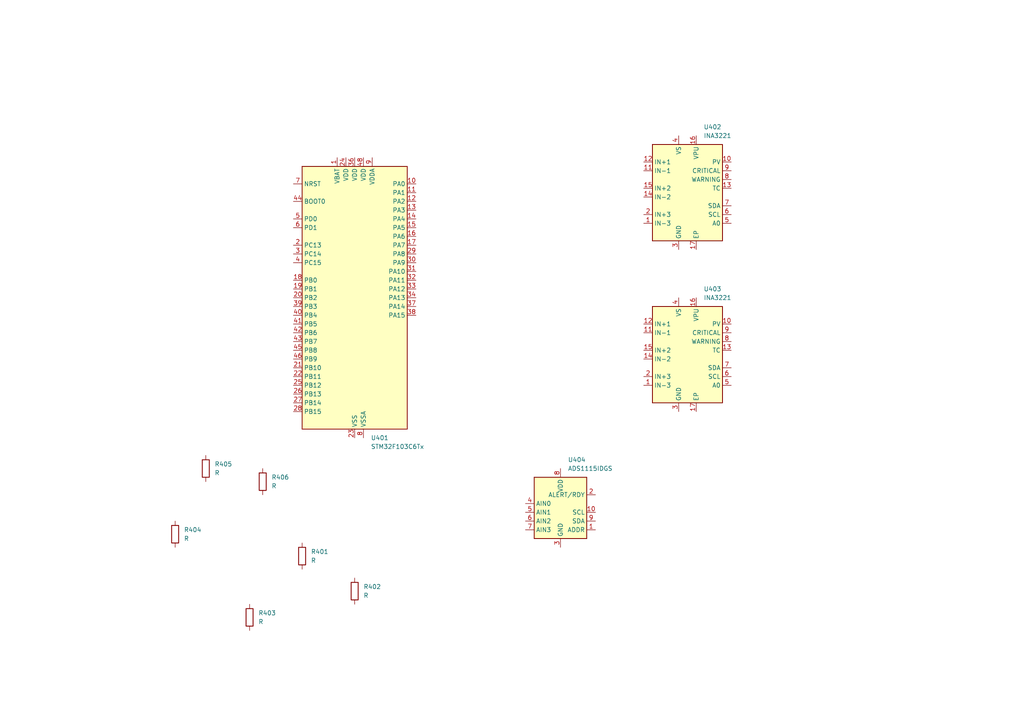
<source format=kicad_sch>
(kicad_sch (version 20250114) (generator "eeschema") (generator_version "9.0")
  (paper "A4")
  (lib_symbols
    (symbol "Analog_ADC:ADS1115IDGS"
      (property "Reference" "U" (at 2.54 13.97 0))
      (property "Value" "ADS1115IDGS" (at 7.62 11.43 0))
      (symbol "ADS1115IDGS_0_1"
        (rectangle (start -7.62 10.16) (end 7.62 -7.62) (stroke (width 0.254)) (fill (type background)))
      )
      (symbol "ADS1115IDGS_1_1"
        (pin input line (at -10.16 2.54 0) (length 2.54) (name "AIN0") (number "4"))
        (pin input line (at -10.16 0 0) (length 2.54) (name "AIN1") (number "5"))
        (pin input line (at -10.16 -2.54 0) (length 2.54) (name "AIN2") (number "6"))
        (pin input line (at -10.16 -5.08 0) (length 2.54) (name "AIN3") (number "7"))
        (pin power_in line (at 0 12.7 270) (length 2.54) (name "VDD") (number "8"))
        (pin power_in line (at 0 -10.16 90) (length 2.54) (name "GND") (number "3"))
        (pin output line (at 10.16 5.08 180) (length 2.54) (name "ALERT/RDY") (number "2"))
        (pin input line (at 10.16 0 180) (length 2.54) (name "SCL") (number "10"))
        (pin bidirectional line (at 10.16 -2.54 180) (length 2.54) (name "SDA") (number "9"))
        (pin input line (at 10.16 -5.08 180) (length 2.54) (name "ADDR") (number "1"))
      )
    )
    (symbol "Device:R" (pin_numbers (hide yes)) (pin_names (offset 0))
      (property "Reference" "R" (at 2.032 0 90))
      (property "Value" "R" (at 0 0 90))
      (symbol "R_0_1"
        (rectangle (start -1.016 -2.54) (end 1.016 2.54) (stroke (width 0.254)))
      )
      (symbol "R_1_1"
        (pin passive line (at 0 3.81 270) (length 1.27) (name "~") (number "1"))
        (pin passive line (at 0 -3.81 90) (length 1.27) (name "~") (number "2"))
      )
    )
    (symbol "MCU_ST_STM32F1:STM32F103C6Tx"
      (property "Reference" "U" (at -15.24 39.37 0))
      (property "Value" "STM32F103C6Tx" (at 7.62 39.37 0))
      (symbol "STM32F103C6Tx_0_1"
        (rectangle (start -15.24 -38.1) (end 15.24 38.1) (stroke (width 0.254)) (fill (type background)))
      )
      (symbol "STM32F103C6Tx_1_1"
        (pin input line (at -17.78 33.02 0) (length 2.54) (name "NRST") (number "7"))
        (pin input line (at -17.78 27.94 0) (length 2.54) (name "BOOT0") (number "44"))
        (pin bidirectional line (at -17.78 22.86 0) (length 2.54) (name "PD0") (number "5"))
        (pin bidirectional line (at -17.78 20.32 0) (length 2.54) (name "PD1") (number "6"))
        (pin bidirectional line (at -17.78 15.24 0) (length 2.54) (name "PC13") (number "2"))
        (pin bidirectional line (at -17.78 12.7 0) (length 2.54) (name "PC14") (number "3"))
        (pin bidirectional line (at -17.78 10.16 0) (length 2.54) (name "PC15") (number "4"))
        (pin bidirectional line (at -17.78 5.08 0) (length 2.54) (name "PB0") (number "18"))
        (pin bidirectional line (at -17.78 2.54 0) (length 2.54) (name "PB1") (number "19"))
        (pin bidirectional line (at -17.78 0 0) (length 2.54) (name "PB2") (number "20"))
        (pin bidirectional line (at -17.78 -2.54 0) (length 2.54) (name "PB3") (number "39"))
        (pin bidirectional line (at -17.78 -5.08 0) (length 2.54) (name "PB4") (number "40"))
        (pin bidirectional line (at -17.78 -7.62 0) (length 2.54) (name "PB5") (number "41"))
        (pin bidirectional line (at -17.78 -10.16 0) (length 2.54) (name "PB6") (number "42"))
        (pin bidirectional line (at -17.78 -12.7 0) (length 2.54) (name "PB7") (number "43"))
        (pin bidirectional line (at -17.78 -15.24 0) (length 2.54) (name "PB8") (number "45"))
        (pin bidirectional line (at -17.78 -17.78 0) (length 2.54) (name "PB9") (number "46"))
        (pin bidirectional line (at -17.78 -20.32 0) (length 2.54) (name "PB10") (number "21"))
        (pin bidirectional line (at -17.78 -22.86 0) (length 2.54) (name "PB11") (number "22"))
        (pin bidirectional line (at -17.78 -25.4 0) (length 2.54) (name "PB12") (number "25"))
        (pin bidirectional line (at -17.78 -27.94 0) (length 2.54) (name "PB13") (number "26"))
        (pin bidirectional line (at -17.78 -30.48 0) (length 2.54) (name "PB14") (number "27"))
        (pin bidirectional line (at -17.78 -33.02 0) (length 2.54) (name "PB15") (number "28"))
        (pin power_in line (at -5.08 40.64 270) (length 2.54) (name "VBAT") (number "1"))
        (pin power_in line (at -2.54 40.64 270) (length 2.54) (name "VDD") (number "24"))
        (pin power_in line (at 0 40.64 270) (length 2.54) (name "VDD") (number "36"))
        (pin power_in line (at 0 -40.64 90) (length 2.54) (name "VSS") (number "23"))
        (pin passive line (at 0 -40.64 90) (length 2.54) (hide yes) (name "VSS") (number "35"))
        (pin passive line (at 0 -40.64 90) (length 2.54) (hide yes) (name "VSS") (number "47"))
        (pin power_in line (at 2.54 40.64 270) (length 2.54) (name "VDD") (number "48"))
        (pin power_in line (at 2.54 -40.64 90) (length 2.54) (name "VSSA") (number "8"))
        (pin power_in line (at 5.08 40.64 270) (length 2.54) (name "VDDA") (number "9"))
        (pin bidirectional line (at 17.78 33.02 180) (length 2.54) (name "PA0") (number "10"))
        (pin bidirectional line (at 17.78 30.48 180) (length 2.54) (name "PA1") (number "11"))
        (pin bidirectional line (at 17.78 27.94 180) (length 2.54) (name "PA2") (number "12"))
        (pin bidirectional line (at 17.78 25.4 180) (length 2.54) (name "PA3") (number "13"))
        (pin bidirectional line (at 17.78 22.86 180) (length 2.54) (name "PA4") (number "14"))
        (pin bidirectional line (at 17.78 20.32 180) (length 2.54) (name "PA5") (number "15"))
        (pin bidirectional line (at 17.78 17.78 180) (length 2.54) (name "PA6") (number "16"))
        (pin bidirectional line (at 17.78 15.24 180) (length 2.54) (name "PA7") (number "17"))
        (pin bidirectional line (at 17.78 12.7 180) (length 2.54) (name "PA8") (number "29"))
        (pin bidirectional line (at 17.78 10.16 180) (length 2.54) (name "PA9") (number "30"))
        (pin bidirectional line (at 17.78 7.62 180) (length 2.54) (name "PA10") (number "31"))
        (pin bidirectional line (at 17.78 5.08 180) (length 2.54) (name "PA11") (number "32"))
        (pin bidirectional line (at 17.78 2.54 180) (length 2.54) (name "PA12") (number "33"))
        (pin bidirectional line (at 17.78 0 180) (length 2.54) (name "PA13") (number "34"))
        (pin bidirectional line (at 17.78 -2.54 180) (length 2.54) (name "PA14") (number "37"))
        (pin bidirectional line (at 17.78 -5.08 180) (length 2.54) (name "PA15") (number "38"))
      )
    )
    (symbol "Power_Management:INA3221"
      (property "Reference" "U" (at -10.16 17.78 0))
      (property "Value" "INA3221" (at 5.08 17.78 0))
      (symbol "INA3221_0_1"
        (rectangle (start 10.16 -12.7) (end -10.16 15.24) (stroke (width 0.254)) (fill (type background)))
      )
      (symbol "INA3221_1_1"
        (pin input line (at -12.7 10.16 0) (length 2.54) (name "IN+1") (number "12"))
        (pin input line (at -12.7 7.62 0) (length 2.54) (name "IN-1") (number "11"))
        (pin input line (at -12.7 2.54 0) (length 2.54) (name "IN+2") (number "15"))
        (pin input line (at -12.7 0 0) (length 2.54) (name "IN-2") (number "14"))
        (pin input line (at -12.7 -5.08 0) (length 2.54) (name "IN+3") (number "2"))
        (pin input line (at -12.7 -7.62 0) (length 2.54) (name "IN-3") (number "1"))
        (pin power_in line (at -2.54 17.78 270) (length 2.54) (name "VS") (number "4"))
        (pin power_in line (at -2.54 -15.24 90) (length 2.54) (name "GND") (number "3"))
        (pin power_in line (at 2.54 17.78 270) (length 2.54) (name "VPU") (number "16"))
        (pin passive line (at 2.54 -15.24 90) (length 2.54) (name "EP") (number "17"))
        (pin open_collector line (at 12.7 10.16 180) (length 2.54) (name "PV") (number "10"))
        (pin open_collector line (at 12.7 7.62 180) (length 2.54) (name "CRITICAL") (number "9"))
        (pin open_collector line (at 12.7 5.08 180) (length 2.54) (name "WARNING") (number "8"))
        (pin open_collector line (at 12.7 2.54 180) (length 2.54) (name "TC") (number "13"))
        (pin bidirectional line (at 12.7 -2.54 180) (length 2.54) (name "SDA") (number "7"))
        (pin input line (at 12.7 -5.08 180) (length 2.54) (name "SCL") (number "6"))
        (pin input line (at 12.7 -7.62 180) (length 2.54) (name "A0") (number "5"))
      )
    )
  )
  (symbol (lib_id "Device:R") (at 59.69 135.89 0) (unit 1)
    (property "Reference" "R405" (at 62.23 134.6199 0) (effects (justify left)))
    (property "Value" "R" (at 62.23 137.1599 0) (effects (justify left)))
    (property "Footprint" "Resistor_SMD:R_2816_7142Metric" (effects (hide yes)))
    (property "Description" "Resistor" (effects (hide yes)))
  )
  (symbol (lib_id "Device:R") (at 87.63 161.29 0) (unit 1)
    (property "Reference" "R401" (at 90.17 160.0199 0) (effects (justify left)))
    (property "Value" "R" (at 90.17 162.5599 0) (effects (justify left)))
    (property "Footprint" "Resistor_SMD:R_2816_7142Metric" (effects (hide yes)))
    (property "Description" "Resistor" (effects (hide yes)))
  )
  (symbol (lib_id "MCU_ST_STM32F1:STM32F103C6Tx") (at 102.87 86.36 0) (unit 1)
    (property "Reference" "U401" (at 107.5533 127 0) (effects (justify left)))
    (property "Value" "STM32F103C6Tx" (at 107.5533 129.54 0) (effects (justify left)))
    (property "Footprint" "Package_QFP:LQFP-48_7x7mm_P0.5mm" (effects (hide yes)))
    (property "Datasheet" "https://www.st.com/resource/en/datasheet/stm32f103c6.pdf" (effects (hide yes)))
    (property "Description" "STMicroelectronics Arm Cortex-M3 MCU, 32KB flash, 10KB RAM, 72 MHz, 2.0-3.6V, 37 GPIO, LQFP48" (effects (hide yes)))
  )
  (symbol (lib_id "Power_Management:INA3221") (at 199.39 57.15 0) (unit 1)
    (property "Reference" "U402" (at 204.0733 36.83 0) (effects (justify left)))
    (property "Value" "INA3221" (at 204.0733 39.37 0) (effects (justify left)))
    (property "Footprint" "Package_DFN_QFN:Texas_RGV0016A_VQFN-16-1EP_4x4mm_P0.65mm_EP2.1x2.1mm" (effects (hide yes)))
    (property "Datasheet" "http://www.ti.com/lit/ds/symlink/ina3221.pdf" (effects (hide yes)))
    (property "Description" "Triple-Channel High-Side Shunt and Bus Voltage Monitor with I2C and SMBUS Compatible Interface, QFN-16" (effects (hide yes)))
  )
  (symbol (lib_id "Device:R") (at 76.2 139.7 0) (unit 1)
    (property "Reference" "R406" (at 78.74 138.4299 0) (effects (justify left)))
    (property "Value" "R" (at 78.74 140.9699 0) (effects (justify left)))
    (property "Footprint" "Resistor_SMD:R_2816_7142Metric" (effects (hide yes)))
    (property "Description" "Resistor" (effects (hide yes)))
  )
  (symbol (lib_id "Power_Management:INA3221") (at 199.39 104.14 0) (unit 1)
    (property "Reference" "U403" (at 204.0733 83.82 0) (effects (justify left)))
    (property "Value" "INA3221" (at 204.0733 86.36 0) (effects (justify left)))
    (property "Footprint" "Package_DFN_QFN:Texas_RGV0016A_VQFN-16-1EP_4x4mm_P0.65mm_EP2.1x2.1mm" (effects (hide yes)))
    (property "Datasheet" "http://www.ti.com/lit/ds/symlink/ina3221.pdf" (effects (hide yes)))
    (property "Description" "Triple-Channel High-Side Shunt and Bus Voltage Monitor with I2C and SMBUS Compatible Interface, QFN-16" (effects (hide yes)))
  )
  (symbol (lib_id "Device:R") (at 50.8 154.94 0) (unit 1)
    (property "Reference" "R404" (at 53.34 153.6699 0) (effects (justify left)))
    (property "Value" "R" (at 53.34 156.2099 0) (effects (justify left)))
    (property "Footprint" "Resistor_SMD:R_2816_7142Metric" (effects (hide yes)))
    (property "Description" "Resistor" (effects (hide yes)))
  )
  (symbol (lib_id "Analog_ADC:ADS1115IDGS") (at 162.56 148.59 0) (unit 1)
    (property "Reference" "U404" (at 164.7033 133.35 0) (effects (justify left)))
    (property "Value" "ADS1115IDGS" (at 164.7033 135.89 0) (effects (justify left)))
    (property "Footprint" "Package_SO:TSSOP-10_3x3mm_P0.5mm" (effects (hide yes)))
    (property "Datasheet" "http://www.ti.com/lit/ds/symlink/ads1113.pdf" (effects (hide yes)))
    (property "Description" "Ultra-Small, Low-Power, I2C-Compatible, 860-SPS, 16-Bit ADCs With Internal Reference, Oscillator, and Programmable Comparator, VSSOP-10" (effects (hide yes)))
  )
  (symbol (lib_id "Device:R") (at 72.39 179.07 0) (unit 1)
    (property "Reference" "R403" (at 74.93 177.7999 0) (effects (justify left)))
    (property "Value" "R" (at 74.93 180.3399 0) (effects (justify left)))
    (property "Footprint" "Resistor_SMD:R_2816_7142Metric" (effects (hide yes)))
    (property "Description" "Resistor" (effects (hide yes)))
  )
  (symbol (lib_id "Device:R") (at 102.87 171.45 0) (unit 1)
    (property "Reference" "R402" (at 105.41 170.1799 0) (effects (justify left)))
    (property "Value" "R" (at 105.41 172.7199 0) (effects (justify left)))
    (property "Footprint" "Resistor_SMD:R_2816_7142Metric" (effects (hide yes)))
    (property "Description" "Resistor" (effects (hide yes)))
  )
)
</source>
